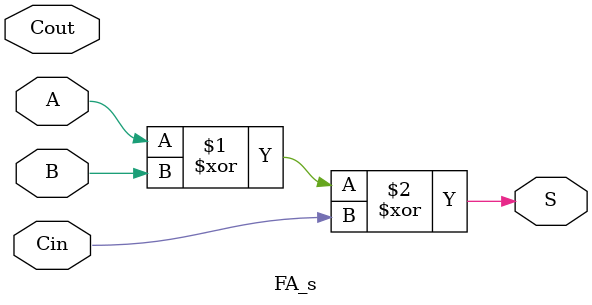
<source format=v>
module FA_s(
    input A,
    input B,
    input Cin,
    input Cout,
    output S
);
    wire a_cin_and;
    wire a_b_and;
    wire b_cin_and;
    xor(S, A, B, Cin);
    and(a_b_and, A, B);
    and(b_cin_and, B, Cin);
    and(a_cin_and, A, Cin);
    or(Cout, a_cin_and, a_b_and, b_cin_and);
endmodule

</source>
